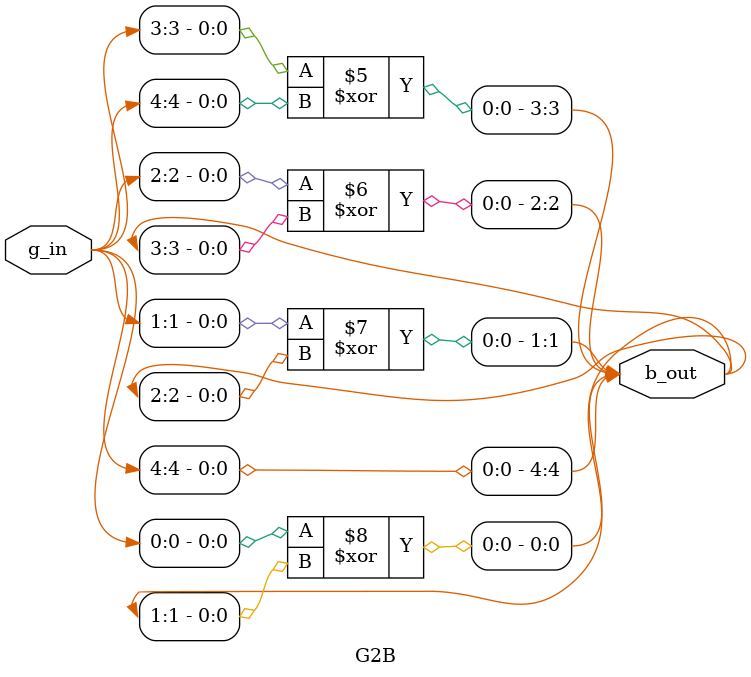
<source format=sv>
module G2B #(
    parameter BIT_WIDTH = 5
) (
    input logic [BIT_WIDTH-1:0]g_in,
    output logic [BIT_WIDTH-1:0]b_out
);


    always_comb begin : binary2gray
        b_out[BIT_WIDTH-1] = g_in[BIT_WIDTH-1];
        for (int i = BIT_WIDTH-1 ; i > 0 ; i-- ) begin
            b_out[i-1] = g_in[i-1]^b_out[i];
        end
    end
    
endmodule
</source>
